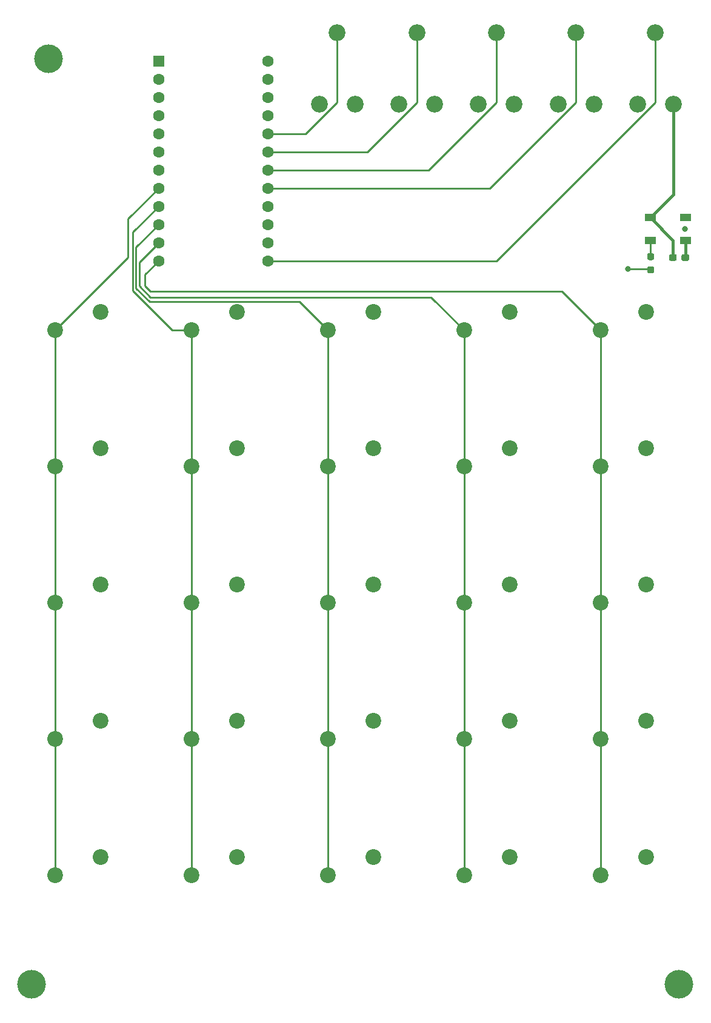
<source format=gbr>
%TF.GenerationSoftware,KiCad,Pcbnew,(5.1.8)-1*%
%TF.CreationDate,2020-11-22T17:19:48-05:00*%
%TF.ProjectId,macro_keyboard_pcb,6d616372-6f5f-46b6-9579-626f6172645f,rev?*%
%TF.SameCoordinates,Original*%
%TF.FileFunction,Copper,L1,Top*%
%TF.FilePolarity,Positive*%
%FSLAX46Y46*%
G04 Gerber Fmt 4.6, Leading zero omitted, Abs format (unit mm)*
G04 Created by KiCad (PCBNEW (5.1.8)-1) date 2020-11-22 17:19:48*
%MOMM*%
%LPD*%
G01*
G04 APERTURE LIST*
%TA.AperFunction,ComponentPad*%
%ADD10C,4.000000*%
%TD*%
%TA.AperFunction,ComponentPad*%
%ADD11R,1.600000X1.600000*%
%TD*%
%TA.AperFunction,ComponentPad*%
%ADD12C,1.600000*%
%TD*%
%TA.AperFunction,ComponentPad*%
%ADD13C,2.200000*%
%TD*%
%TA.AperFunction,ComponentPad*%
%ADD14C,2.340000*%
%TD*%
%TA.AperFunction,SMDPad,CuDef*%
%ADD15R,1.500000X1.000000*%
%TD*%
%TA.AperFunction,ViaPad*%
%ADD16C,0.800000*%
%TD*%
%TA.AperFunction,Conductor*%
%ADD17C,0.381000*%
%TD*%
%TA.AperFunction,Conductor*%
%ADD18C,0.254000*%
%TD*%
G04 APERTURE END LIST*
D10*
%TO.P, ,1*%
%TO.N,N/C*%
X37306250Y-48418750D03*
%TD*%
%TO.P, ,1*%
%TO.N,N/C*%
X125412500Y-177800000D03*
%TD*%
%TO.P, ,1*%
%TO.N,N/C*%
X34925000Y-177800000D03*
%TD*%
D11*
%TO.P,U1,1*%
%TO.N,ROW4*%
X52705000Y-48736250D03*
D12*
%TO.P,U1,2*%
%TO.N,ROW3*%
X52705000Y-51276250D03*
%TO.P,U1,3*%
%TO.N,Net-(U1-Pad3)*%
X52705000Y-53816250D03*
%TO.P,U1,4*%
%TO.N,Net-(U1-Pad4)*%
X52705000Y-56356250D03*
%TO.P,U1,5*%
%TO.N,ROW2*%
X52705000Y-58896250D03*
%TO.P,U1,6*%
%TO.N,ROW1*%
X52705000Y-61436250D03*
%TO.P,U1,7*%
%TO.N,ROW0*%
X52705000Y-63976250D03*
%TO.P,U1,8*%
%TO.N,COL0*%
X52705000Y-66516250D03*
%TO.P,U1,9*%
%TO.N,COL1*%
X52705000Y-69056250D03*
%TO.P,U1,10*%
%TO.N,COL2*%
X52705000Y-71596250D03*
%TO.P,U1,11*%
%TO.N,COL3*%
X52705000Y-74136250D03*
%TO.P,U1,12*%
%TO.N,COL4*%
X52705000Y-76676250D03*
%TO.P,U1,13*%
%TO.N,POT4*%
X67945000Y-76676250D03*
%TO.P,U1,14*%
%TO.N,LED_DATA*%
X67945000Y-74136250D03*
%TO.P,U1,15*%
%TO.N,Net-(U1-Pad15)*%
X67945000Y-71596250D03*
%TO.P,U1,16*%
%TO.N,Net-(U1-Pad16)*%
X67945000Y-69056250D03*
%TO.P,U1,17*%
%TO.N,POT3*%
X67945000Y-66516250D03*
%TO.P,U1,18*%
%TO.N,POT2*%
X67945000Y-63976250D03*
%TO.P,U1,19*%
%TO.N,POT1*%
X67945000Y-61436250D03*
%TO.P,U1,20*%
%TO.N,POT0*%
X67945000Y-58896250D03*
%TO.P,U1,21*%
%TO.N,+5V*%
X67945000Y-56356250D03*
%TO.P,U1,22*%
%TO.N,Net-(U1-Pad22)*%
X67945000Y-53816250D03*
%TO.P,U1,23*%
%TO.N,GND*%
X67945000Y-51276250D03*
%TO.P,U1,24*%
%TO.N,Net-(U1-Pad24)*%
X67945000Y-48736250D03*
%TD*%
D13*
%TO.P,SW25,2*%
%TO.N,Net-(D25-Pad2)*%
X120808750Y-160020000D03*
%TO.P,SW25,1*%
%TO.N,COL4*%
X114458750Y-162560000D03*
%TD*%
%TO.P,SW24,2*%
%TO.N,Net-(D24-Pad2)*%
X120808750Y-140970000D03*
%TO.P,SW24,1*%
%TO.N,COL4*%
X114458750Y-143510000D03*
%TD*%
%TO.P,SW23,2*%
%TO.N,Net-(D23-Pad2)*%
X120808750Y-121920000D03*
%TO.P,SW23,1*%
%TO.N,COL4*%
X114458750Y-124460000D03*
%TD*%
%TO.P,SW22,2*%
%TO.N,Net-(D22-Pad2)*%
X120808750Y-102870000D03*
%TO.P,SW22,1*%
%TO.N,COL4*%
X114458750Y-105410000D03*
%TD*%
%TO.P,SW21,2*%
%TO.N,Net-(D21-Pad2)*%
X120808750Y-83820000D03*
%TO.P,SW21,1*%
%TO.N,COL4*%
X114458750Y-86360000D03*
%TD*%
%TO.P,SW20,2*%
%TO.N,Net-(D20-Pad2)*%
X101758750Y-160020000D03*
%TO.P,SW20,1*%
%TO.N,COL3*%
X95408750Y-162560000D03*
%TD*%
%TO.P,SW19,2*%
%TO.N,Net-(D19-Pad2)*%
X101758750Y-140970000D03*
%TO.P,SW19,1*%
%TO.N,COL3*%
X95408750Y-143510000D03*
%TD*%
%TO.P,SW18,2*%
%TO.N,Net-(D18-Pad2)*%
X101758750Y-121920000D03*
%TO.P,SW18,1*%
%TO.N,COL3*%
X95408750Y-124460000D03*
%TD*%
%TO.P,SW17,2*%
%TO.N,Net-(D17-Pad2)*%
X101758750Y-102870000D03*
%TO.P,SW17,1*%
%TO.N,COL3*%
X95408750Y-105410000D03*
%TD*%
%TO.P,SW16,2*%
%TO.N,Net-(D16-Pad2)*%
X101758750Y-83833750D03*
%TO.P,SW16,1*%
%TO.N,COL3*%
X95408750Y-86373750D03*
%TD*%
%TO.P,SW15,2*%
%TO.N,Net-(D15-Pad2)*%
X82708750Y-160020000D03*
%TO.P,SW15,1*%
%TO.N,COL2*%
X76358750Y-162560000D03*
%TD*%
%TO.P,SW14,2*%
%TO.N,Net-(D14-Pad2)*%
X82708750Y-140970000D03*
%TO.P,SW14,1*%
%TO.N,COL2*%
X76358750Y-143510000D03*
%TD*%
%TO.P,SW13,2*%
%TO.N,Net-(D13-Pad2)*%
X82708750Y-121920000D03*
%TO.P,SW13,1*%
%TO.N,COL2*%
X76358750Y-124460000D03*
%TD*%
%TO.P,SW12,2*%
%TO.N,Net-(D12-Pad2)*%
X82708750Y-102870000D03*
%TO.P,SW12,1*%
%TO.N,COL2*%
X76358750Y-105410000D03*
%TD*%
%TO.P,SW11,2*%
%TO.N,Net-(D11-Pad2)*%
X82708750Y-83820000D03*
%TO.P,SW11,1*%
%TO.N,COL2*%
X76358750Y-86360000D03*
%TD*%
%TO.P,SW10,2*%
%TO.N,Net-(D10-Pad2)*%
X63658750Y-160020000D03*
%TO.P,SW10,1*%
%TO.N,COL1*%
X57308750Y-162560000D03*
%TD*%
%TO.P,SW9,2*%
%TO.N,Net-(D9-Pad2)*%
X63658750Y-140970000D03*
%TO.P,SW9,1*%
%TO.N,COL1*%
X57308750Y-143510000D03*
%TD*%
%TO.P,SW8,2*%
%TO.N,Net-(D8-Pad2)*%
X63658750Y-121920000D03*
%TO.P,SW8,1*%
%TO.N,COL1*%
X57308750Y-124460000D03*
%TD*%
%TO.P,SW7,2*%
%TO.N,Net-(D7-Pad2)*%
X63658750Y-102870000D03*
%TO.P,SW7,1*%
%TO.N,COL1*%
X57308750Y-105410000D03*
%TD*%
%TO.P,SW6,2*%
%TO.N,Net-(D6-Pad2)*%
X63658750Y-83820000D03*
%TO.P,SW6,1*%
%TO.N,COL1*%
X57308750Y-86360000D03*
%TD*%
%TO.P,SW5,2*%
%TO.N,Net-(D5-Pad2)*%
X44608750Y-160020000D03*
%TO.P,SW5,1*%
%TO.N,COL0*%
X38258750Y-162560000D03*
%TD*%
%TO.P,SW4,2*%
%TO.N,Net-(D4-Pad2)*%
X44608750Y-140970000D03*
%TO.P,SW4,1*%
%TO.N,COL0*%
X38258750Y-143510000D03*
%TD*%
%TO.P,SW3,2*%
%TO.N,Net-(D3-Pad2)*%
X44608750Y-121920000D03*
%TO.P,SW3,1*%
%TO.N,COL0*%
X38258750Y-124460000D03*
%TD*%
%TO.P,SW2,2*%
%TO.N,Net-(D2-Pad2)*%
X44608750Y-102870000D03*
%TO.P,SW2,1*%
%TO.N,COL0*%
X38258750Y-105410000D03*
%TD*%
%TO.P,SW1,2*%
%TO.N,Net-(D1-Pad2)*%
X44608750Y-83820000D03*
%TO.P,SW1,1*%
%TO.N,COL0*%
X38258750Y-86360000D03*
%TD*%
D14*
%TO.P,RV5,1*%
%TO.N,GND*%
X124618750Y-54768750D03*
%TO.P,RV5,2*%
%TO.N,POT4*%
X122118750Y-44768750D03*
%TO.P,RV5,3*%
%TO.N,+5V*%
X119618750Y-54768750D03*
%TD*%
%TO.P,RV4,1*%
%TO.N,GND*%
X113506250Y-54768750D03*
%TO.P,RV4,2*%
%TO.N,POT3*%
X111006250Y-44768750D03*
%TO.P,RV4,3*%
%TO.N,+5V*%
X108506250Y-54768750D03*
%TD*%
%TO.P,RV3,1*%
%TO.N,GND*%
X102393750Y-54768750D03*
%TO.P,RV3,2*%
%TO.N,POT2*%
X99893750Y-44768750D03*
%TO.P,RV3,3*%
%TO.N,+5V*%
X97393750Y-54768750D03*
%TD*%
%TO.P,RV2,1*%
%TO.N,GND*%
X91281250Y-54768750D03*
%TO.P,RV2,2*%
%TO.N,POT1*%
X88781250Y-44768750D03*
%TO.P,RV2,3*%
%TO.N,+5V*%
X86281250Y-54768750D03*
%TD*%
%TO.P,RV1,1*%
%TO.N,GND*%
X80168750Y-54768750D03*
%TO.P,RV1,2*%
%TO.N,POT0*%
X77668750Y-44768750D03*
%TO.P,RV1,3*%
%TO.N,+5V*%
X75168750Y-54768750D03*
%TD*%
%TO.P,R1,2*%
%TO.N,Net-(D26-Pad4)*%
%TA.AperFunction,SMDPad,CuDef*%
G36*
G01*
X121681250Y-76568750D02*
X121206250Y-76568750D01*
G75*
G02*
X120968750Y-76331250I0J237500D01*
G01*
X120968750Y-75831250D01*
G75*
G02*
X121206250Y-75593750I237500J0D01*
G01*
X121681250Y-75593750D01*
G75*
G02*
X121918750Y-75831250I0J-237500D01*
G01*
X121918750Y-76331250D01*
G75*
G02*
X121681250Y-76568750I-237500J0D01*
G01*
G37*
%TD.AperFunction*%
%TO.P,R1,1*%
%TO.N,LED_DATA*%
%TA.AperFunction,SMDPad,CuDef*%
G36*
G01*
X121681250Y-78393750D02*
X121206250Y-78393750D01*
G75*
G02*
X120968750Y-78156250I0J237500D01*
G01*
X120968750Y-77656250D01*
G75*
G02*
X121206250Y-77418750I237500J0D01*
G01*
X121681250Y-77418750D01*
G75*
G02*
X121918750Y-77656250I0J-237500D01*
G01*
X121918750Y-78156250D01*
G75*
G02*
X121681250Y-78393750I-237500J0D01*
G01*
G37*
%TD.AperFunction*%
%TD*%
D15*
%TO.P,D26,1*%
%TO.N,+5V*%
X126275000Y-73831250D03*
%TO.P,D26,2*%
%TO.N,Net-(D26-Pad2)*%
X126275000Y-70631250D03*
%TO.P,D26,4*%
%TO.N,Net-(D26-Pad4)*%
X121375000Y-73831250D03*
%TO.P,D26,3*%
%TO.N,GND*%
X121375000Y-70631250D03*
%TD*%
%TO.P,C2,2*%
%TO.N,GND*%
%TA.AperFunction,SMDPad,CuDef*%
G36*
G01*
X125087500Y-75962500D02*
X125087500Y-76437500D01*
G75*
G02*
X124850000Y-76675000I-237500J0D01*
G01*
X124250000Y-76675000D01*
G75*
G02*
X124012500Y-76437500I0J237500D01*
G01*
X124012500Y-75962500D01*
G75*
G02*
X124250000Y-75725000I237500J0D01*
G01*
X124850000Y-75725000D01*
G75*
G02*
X125087500Y-75962500I0J-237500D01*
G01*
G37*
%TD.AperFunction*%
%TO.P,C2,1*%
%TO.N,+5V*%
%TA.AperFunction,SMDPad,CuDef*%
G36*
G01*
X126812500Y-75962500D02*
X126812500Y-76437500D01*
G75*
G02*
X126575000Y-76675000I-237500J0D01*
G01*
X125975000Y-76675000D01*
G75*
G02*
X125737500Y-76437500I0J237500D01*
G01*
X125737500Y-75962500D01*
G75*
G02*
X125975000Y-75725000I237500J0D01*
G01*
X126575000Y-75725000D01*
G75*
G02*
X126812500Y-75962500I0J-237500D01*
G01*
G37*
%TD.AperFunction*%
%TD*%
D16*
%TO.N,+5V*%
X126206250Y-72231250D03*
%TO.N,LED_DATA*%
X118268750Y-77787500D03*
%TD*%
D17*
%TO.N,GND*%
X121375000Y-70871250D02*
X121375000Y-70631250D01*
X124550000Y-73806250D02*
X121375000Y-70631250D01*
X124550000Y-76200000D02*
X124550000Y-73806250D01*
X124618750Y-67387500D02*
X121375000Y-70631250D01*
X124618750Y-54768750D02*
X124618750Y-67387500D01*
%TO.N,+5V*%
X126206250Y-73900000D02*
X126275000Y-73831250D01*
X126275000Y-73831250D02*
X126275000Y-76200000D01*
D18*
%TO.N,Net-(D26-Pad4)*%
X121375000Y-73831250D02*
X121456250Y-73831250D01*
X121456250Y-73831250D02*
X121443750Y-73843750D01*
X121443750Y-73900000D02*
X121375000Y-73831250D01*
X121443750Y-76081250D02*
X121443750Y-73900000D01*
%TO.N,LED_DATA*%
X121325000Y-77787500D02*
X121443750Y-77906250D01*
X118268750Y-77787500D02*
X121325000Y-77787500D01*
%TO.N,POT0*%
X77668750Y-54484312D02*
X77668750Y-44768750D01*
X73256812Y-58896250D02*
X77668750Y-54484312D01*
X67945000Y-58896250D02*
X73256812Y-58896250D01*
%TO.N,POT1*%
X88781250Y-54484312D02*
X88781250Y-44768750D01*
X81829312Y-61436250D02*
X88781250Y-54484312D01*
X67945000Y-61436250D02*
X81829312Y-61436250D01*
%TO.N,POT2*%
X99893750Y-54484312D02*
X99893750Y-44768750D01*
X90401812Y-63976250D02*
X99893750Y-54484312D01*
X67945000Y-63976250D02*
X90401812Y-63976250D01*
%TO.N,POT3*%
X111006250Y-54484312D02*
X111006250Y-44768750D01*
X98974312Y-66516250D02*
X111006250Y-54484312D01*
X67945000Y-66516250D02*
X98974312Y-66516250D01*
%TO.N,POT4*%
X122118750Y-54484312D02*
X122118750Y-44768750D01*
X99926812Y-76676250D02*
X122118750Y-54484312D01*
X67945000Y-76676250D02*
X99926812Y-76676250D01*
%TO.N,COL0*%
X38258750Y-86360000D02*
X38258750Y-162560000D01*
X52705000Y-66516250D02*
X48418750Y-70802500D01*
X48418750Y-76200000D02*
X38258750Y-86360000D01*
X48418750Y-70802500D02*
X48418750Y-76200000D01*
%TO.N,COL1*%
X57308750Y-86360000D02*
X57150000Y-86518750D01*
X57308750Y-86677500D02*
X57308750Y-162560000D01*
X57150000Y-86518750D02*
X57308750Y-86677500D01*
X49098230Y-72663020D02*
X49098230Y-80848230D01*
X52705000Y-69056250D02*
X49098230Y-72663020D01*
X54610000Y-86360000D02*
X57308750Y-86360000D01*
X49098230Y-80848230D02*
X54610000Y-86360000D01*
%TO.N,COL2*%
X76358750Y-86360000D02*
X76835000Y-86360000D01*
X76358750Y-86836250D02*
X76358750Y-162560000D01*
X76835000Y-86360000D02*
X76358750Y-86836250D01*
X49552240Y-74749010D02*
X49552240Y-80508490D01*
X52705000Y-71596250D02*
X49552240Y-74749010D01*
X72391749Y-82392999D02*
X76358750Y-86360000D01*
X51436749Y-82392999D02*
X72391749Y-82392999D01*
X49552240Y-80508490D02*
X51436749Y-82392999D01*
%TO.N,COL3*%
X95408750Y-86373750D02*
X95408750Y-162560000D01*
X52705000Y-74136250D02*
X50006250Y-76835000D01*
X50006250Y-76835000D02*
X50006250Y-80168750D01*
X50006250Y-80168750D02*
X51593750Y-81756250D01*
X90791250Y-81756250D02*
X95408750Y-86373750D01*
X51593750Y-81756250D02*
X90791250Y-81756250D01*
%TO.N,COL4*%
X114458750Y-86360000D02*
X114458750Y-162560000D01*
X52705000Y-76676250D02*
X50800000Y-78581250D01*
X50800000Y-78581250D02*
X50800000Y-80168750D01*
X50800000Y-80168750D02*
X51593750Y-80962500D01*
X109061250Y-80962500D02*
X114458750Y-86360000D01*
X51593750Y-80962500D02*
X109061250Y-80962500D01*
%TD*%
M02*

</source>
